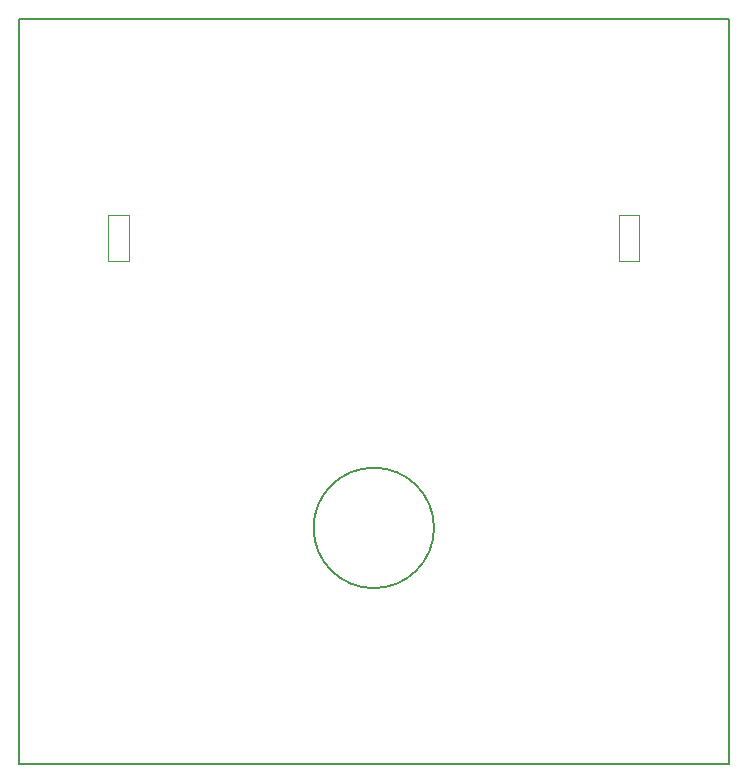
<source format=gbr>
%TF.GenerationSoftware,KiCad,Pcbnew,(6.0.6)*%
%TF.CreationDate,2022-12-14T21:04:27-05:00*%
%TF.ProjectId,Cartridge,43617274-7269-4646-9765-2e6b69636164,rev?*%
%TF.SameCoordinates,Original*%
%TF.FileFunction,Profile,NP*%
%FSLAX46Y46*%
G04 Gerber Fmt 4.6, Leading zero omitted, Abs format (unit mm)*
G04 Created by KiCad (PCBNEW (6.0.6)) date 2022-12-14 21:04:27*
%MOMM*%
%LPD*%
G01*
G04 APERTURE LIST*
%TA.AperFunction,Profile*%
%ADD10C,0.100000*%
%TD*%
%TA.AperFunction,Profile*%
%ADD11C,0.200000*%
%TD*%
G04 APERTURE END LIST*
D10*
X170738632Y-65413285D02*
X172461369Y-65413285D01*
X172461369Y-65413285D02*
X172461369Y-61500000D01*
X172461369Y-61500000D02*
X170738632Y-61500000D01*
X170738632Y-61500000D02*
X170738632Y-65413285D01*
X127538632Y-65413285D02*
X129261369Y-65413285D01*
X129261369Y-65413285D02*
X129261369Y-61500000D01*
X129261369Y-61500000D02*
X127538632Y-61500000D01*
X127538632Y-61500000D02*
X127538632Y-65413285D01*
D11*
X155100000Y-88000000D02*
G75*
G03*
X155100000Y-88000000I-5100000J0D01*
G01*
X119960000Y-108000000D02*
X180040000Y-108000000D01*
X180040000Y-108000000D02*
X180040000Y-44940000D01*
X180040000Y-44940000D02*
X119960000Y-44940000D01*
X119960000Y-44940000D02*
X119960000Y-108000000D01*
M02*

</source>
